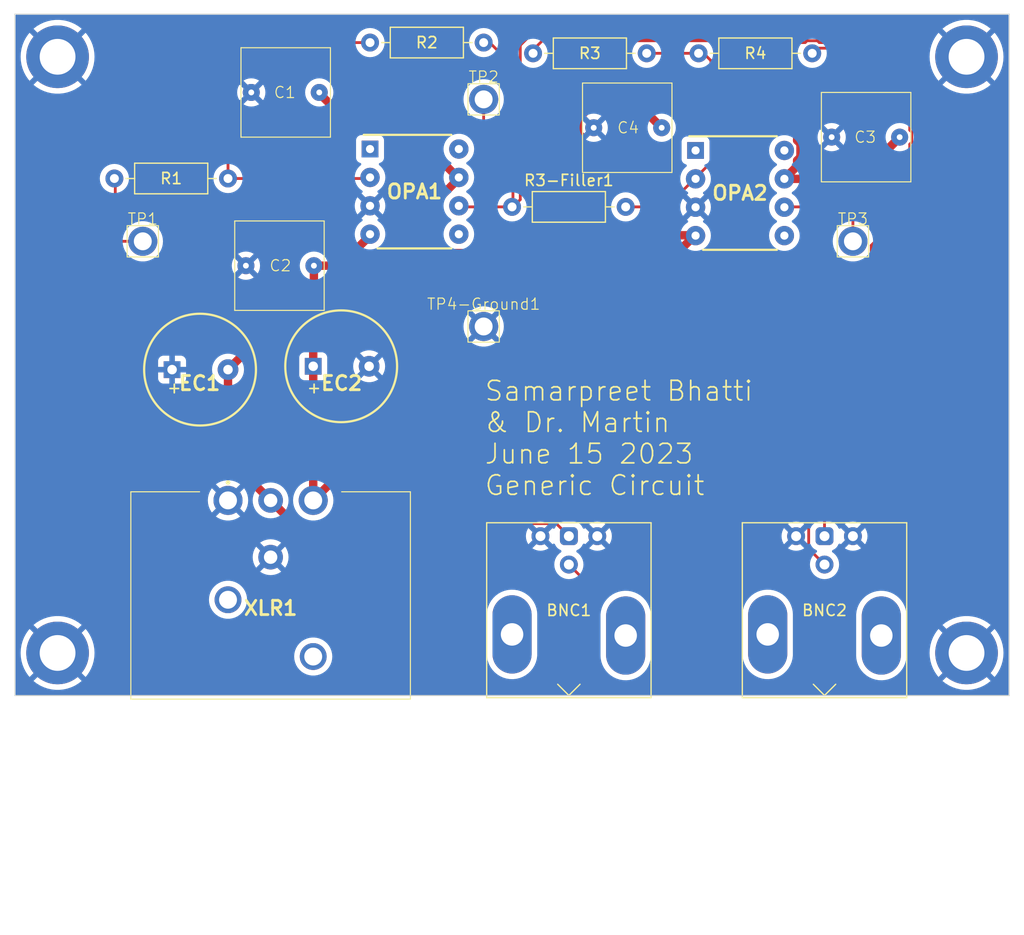
<source format=kicad_pcb>
(kicad_pcb (version 20221018) (generator pcbnew)
  (layers (0 "F.Cu" signal) (31 "B.Cu" signal) (34 "B.Paste" user) (35 "F.Paste" user) (36 "B.SilkS" user "B.Silkscreen") (37 "F.SilkS" user "F.Silkscreen") (38 "B.Mask" user) (39 "F.Mask" user) (44 "Edge.Cuts" user))
  (net 0 "")
  (net 1 "+15V")
  (net 2 "GND")
  (net 3 "-15V")
  (net 4 "Net-(OPA1--)")
  (net 5 "Net-(OPA2--)")
  (net 12 "Net-(BNC1-Pad1)")
  (net 13 "Net-(BNC1-Pad3)")
  (net 14 "Net-(BNC2-Pad1)")
  (net 15 "Net-(BNC2-Pad3)")
  (footprint "MountingHole:MountingHole_3.2mm_M3_DIN965_Pad" (layer "F.Cu") (at 93.98 120.65)
    (fp_text reference "H3" hide)
    (fp_text value "MountingHole")
    (pad "1" thru_hole circle (at 0 0) (size 5.6 5.6) (drill 3.2) (layers "*.Cu" "*.Mask") (net 2 "GND"))
  )
  (footprint "MountingHole:MountingHole_3.2mm_M3_DIN965_Pad" (layer "F.Cu") (at 93.98 67.31)
    (fp_text reference "H2" hide)
    (fp_text value "MountingHole")
    (pad "1" thru_hole circle (at 0 0) (size 5.6 5.6) (drill 3.2) (layers "*.Cu" "*.Mask") (net 2 "GND"))
  )
  (footprint "Footprints:NC3MBH_XLR" (layer "F.Cu") (at 109.22 107 180)
    (fp_text reference "XLR1" (at -3.81 -9.64) (layer "F.SilkS") (effects (font (size 1.27 1.27) (thickness 0.254))))
    (fp_text value "~" hide)
    (fp_line (start -16.31 -17.78) (end 8.69 -17.78) (stroke (width 0.1)) (layer "F.SilkS"))
    (fp_line (start -16.31 0.77) (end -16.31 -17.78) (stroke (width 0.1)) (layer "F.SilkS"))
    (fp_line (start -10.16 0.77) (end -16.31 0.77) (stroke (width 0.1)) (layer "F.SilkS"))
    (fp_line (start -0.1 1.6) (end -0.1 1.6) (stroke (width 0.2)) (layer "F.SilkS"))
    (fp_line (start 0.1 1.6) (end 0.1 1.6) (stroke (width 0.2)) (layer "F.SilkS"))
    (fp_line (start 8.69 -17.78) (end 8.69 0.77) (stroke (width 0.1)) (layer "F.SilkS"))
    (fp_line (start 8.69 0.77) (end 2.54 0.77) (stroke (width 0.1)) (layer "F.SilkS"))
    (fp_arc (start -0.1 1.6) (mid 0 1.5) (end 0.1 1.6) (stroke (width 0.2)) (layer "F.SilkS"))
    (fp_arc (start 0.1 1.6) (mid 0 1.7) (end -0.1 1.6) (stroke (width 0.2)) (layer "F.SilkS"))
    (pad "1" thru_hole circle (at 0 0 180) (size 2.6 2.6) (drill 1.6) (layers "*.Cu" "*.Mask") (net 2 "GND"))
    (pad "2" thru_hole circle (at -7.62 0 180) (size 2.6 2.6) (drill 1.6) (layers "*.Cu" "*.Mask") (net 1 "+15V"))
    (pad "3" thru_hole circle (at -3.81 0 180) (size 2.2 2.2) (drill 1.2) (layers "*.Cu" "*.Mask") (net 3 "-15V"))
    (pad "4" thru_hole circle (at 0 -8.89 180) (size 2.4 2.4) (drill 1.6) (layers "*.Cu" "*.Mask"))
    (pad "5" thru_hole circle (at -7.62 -13.97 180) (size 2.4 2.4) (drill 1.6) (layers "*.Cu" "*.Mask"))
    (pad "G1" thru_hole circle (at -3.81 -5.08 180) (size 2.2 2.2) (drill 1.2) (layers "*.Cu" "*.Mask") (net 2 "GND"))
  )
  (footprint "Footprints:CAPACITOR - 399-4209-ND" (layer "F.Cu") (at 145 72.66)
    (fp_text reference "C4" (at 0 1 unlocked) (layer "F.SilkS") (effects (font (thickness 0.1))))
    (fp_text value "~")
    (fp_line (start -4.08 -3) (end 3.92 -3) (stroke (width 0.1)) (layer "F.SilkS"))
    (fp_line (start -4.08 5) (end -4.08 -3) (stroke (width 0.1)) (layer "F.SilkS"))
    (fp_line (start 3.92 -3) (end 3.92 5) (stroke (width 0.1)) (layer "F.SilkS"))
    (fp_line (start 3.92 5) (end -4.08 5) (stroke (width 0.1)) (layer "F.SilkS"))
    (pad "1" thru_hole circle (at -3.08 1) (size 1.52 1.52) (drill 0.52) (layers "*.Cu" "*.Mask") (net 2 "GND"))
    (pad "2" thru_hole circle (at 3 1) (size 1.52 1.52) (drill 0.52) (layers "*.Cu" "*.Mask") (net 3 "-15V"))
  )
  (footprint "Footprints:CAPACITOR - 399-4209-ND" (layer "F.Cu") (at 113.9 85)
    (fp_text reference "C2" (at 0 1 unlocked) (layer "F.SilkS") (effects (font (thickness 0.1))))
    (fp_text value "~")
    (fp_line (start -4.08 -3) (end 3.92 -3) (stroke (width 0.1)) (layer "F.SilkS"))
    (fp_line (start -4.08 5) (end -4.08 -3) (stroke (width 0.1)) (layer "F.SilkS"))
    (fp_line (start 3.92 -3) (end 3.92 5) (stroke (width 0.1)) (layer "F.SilkS"))
    (fp_line (start 3.92 5) (end -4.08 5) (stroke (width 0.1)) (layer "F.SilkS"))
    (pad "1" thru_hole circle (at -3.08 1) (size 1.52 1.52) (drill 0.52) (layers "*.Cu" "*.Mask") (net 2 "GND"))
    (pad "2" thru_hole circle (at 3 1) (size 1.52 1.52) (drill 0.52) (layers "*.Cu" "*.Mask") (net 3 "-15V"))
  )
  (footprint "Footprints:R_Axial_DIN0207_L6.3mm_D2.5mm_P10.16mm_Horizontal" (layer "F.Cu") (at 99.06 78.2)
    (fp_text reference "R1" (at 5.08 0) (layer "F.SilkS"))
    (fp_text value "~")
    (fp_line (start 1.04 0) (end 1.81 0) (stroke (width 0.12)) (layer "F.SilkS"))
    (fp_line (start 1.81 -1.37) (end 1.81 1.37) (stroke (width 0.12)) (layer "F.SilkS"))
    (fp_line (start 1.81 1.37) (end 8.35 1.37) (stroke (width 0.12)) (layer "F.SilkS"))
    (fp_line (start 8.35 -1.37) (end 1.81 -1.37) (stroke (width 0.12)) (layer "F.SilkS"))
    (fp_line (start 8.35 1.37) (end 8.35 -1.37) (stroke (width 0.12)) (layer "F.SilkS"))
    (fp_line (start 9.12 0) (end 8.35 0) (stroke (width 0.12)) (layer "F.SilkS"))
    (pad "1" thru_hole circle (at 0 0) (size 1.6 1.6) (drill 0.8) (layers "*.Cu" "*.Mask") (net 12 "Net-(BNC1-Pad1)"))
    (pad "2" thru_hole oval (at 10.16 0) (size 1.6 1.6) (drill 0.8) (layers "*.Cu" "*.Mask") (net 4 "Net-(OPA1--)"))
  )
  (footprint "Footprints:R_Axial_DIN0207_L6.3mm_D2.5mm_P10.16mm_Horizontal" (layer "F.Cu") (at 136.5 67)
    (fp_text reference "R3" (at 5.08 0) (layer "F.SilkS"))
    (fp_text value "~")
    (fp_line (start 1.04 0) (end 1.81 0) (stroke (width 0.12)) (layer "F.SilkS"))
    (fp_line (start 1.81 -1.37) (end 1.81 1.37) (stroke (width 0.12)) (layer "F.SilkS"))
    (fp_line (start 1.81 1.37) (end 8.35 1.37) (stroke (width 0.12)) (layer "F.SilkS"))
    (fp_line (start 8.35 -1.37) (end 1.81 -1.37) (stroke (width 0.12)) (layer "F.SilkS"))
    (fp_line (start 8.35 1.37) (end 8.35 -1.37) (stroke (width 0.12)) (layer "F.SilkS"))
    (fp_line (start 9.12 0) (end 8.35 0) (stroke (width 0.12)) (layer "F.SilkS"))
    (pad "1" thru_hole circle (at 0 0) (size 1.6 1.6) (drill 0.8) (layers "*.Cu" "*.Mask") (net 14 "Net-(BNC2-Pad1)"))
    (pad "2" thru_hole oval (at 10.16 0) (size 1.6 1.6) (drill 0.8) (layers "*.Cu" "*.Mask") (net 5 "Net-(OPA2--)"))
  )
  (footprint "Connector_Coaxial:BNC_Amphenol_031-6575_Horizontal" (layer "F.Cu") (at 139.7 110.2 180)
    (fp_text reference "BNC1" (at 0 -6.64) (layer "F.SilkS"))
    (fp_text value "~")
    (fp_line (start -7.35 -14.45) (end 7.35 -14.45) (stroke (width 0.12)) (layer "F.SilkS"))
    (fp_line (start -7.35 1.2) (end -7.35 -14.45) (stroke (width 0.12)) (layer "F.SilkS"))
    (fp_line (start 0 -14.25) (end -1 -13.25) (stroke (width 0.12)) (layer "F.SilkS"))
    (fp_line (start 0 -14.25) (end 1 -13.25) (stroke (width 0.12)) (layer "F.SilkS"))
    (fp_line (start 7.35 -14.45) (end 7.35 1.2) (stroke (width 0.12)) (layer "F.SilkS"))
    (fp_line (start 7.35 1.2) (end -7.35 1.2) (stroke (width 0.12)) (layer "F.SilkS"))
    (pad "" thru_hole oval (at -5.08 -8.89 180) (size 3.5 7) (drill 2.01) (layers "*.Cu" "*.Mask"))
    (pad "" thru_hole oval (at 5.08 -8.79 180) (size 3.5 7) (drill 2.01) (layers "*.Cu" "*.Mask"))
    (pad "1" thru_hole roundrect (at 0 0 180) (size 1.6 1.6) (drill 0.89) (layers "*.Cu" "*.Mask") (net 12 "Net-(BNC1-Pad1)"))
    (pad "2" thru_hole circle (at -2.54 0 180) (size 1.6 1.6) (drill 0.89) (layers "*.Cu" "*.Mask") (net 2 "GND"))
    (pad "3" thru_hole circle (at 0 -2.54 180) (size 1.6 1.6) (drill 0.89) (layers "*.Cu" "*.Mask") (net 13 "Net-(BNC1-Pad3)"))
    (pad "4" thru_hole circle (at 2.54 0 180) (size 1.6 1.6) (drill 0.89) (layers "*.Cu" "*.Mask") (net 2 "GND"))
  )
  (footprint "Footprints:R_Axial_DIN0207_L6.3mm_D2.5mm_P10.16mm_Horizontal" (layer "F.Cu") (at 151.3 67)
    (fp_text reference "R4" (at 5.08 0) (layer "F.SilkS"))
    (fp_text value "~")
    (fp_line (start 1.04 0) (end 1.81 0) (stroke (width 0.12)) (layer "F.SilkS"))
    (fp_line (start 1.81 -1.37) (end 1.81 1.37) (stroke (width 0.12)) (layer "F.SilkS"))
    (fp_line (start 1.81 1.37) (end 8.35 1.37) (stroke (width 0.12)) (layer "F.SilkS"))
    (fp_line (start 8.35 -1.37) (end 1.81 -1.37) (stroke (width 0.12)) (layer "F.SilkS"))
    (fp_line (start 8.35 1.37) (end 8.35 -1.37) (stroke (width 0.12)) (layer "F.SilkS"))
    (fp_line (start 9.12 0) (end 8.35 0) (stroke (width 0.12)) (layer "F.SilkS"))
    (pad "1" thru_hole circle (at 0 0) (size 1.6 1.6) (drill 0.8) (layers "*.Cu" "*.Mask") (net 5 "Net-(OPA2--)"))
    (pad "2" thru_hole oval (at 10.16 0) (size 1.6 1.6) (drill 0.8) (layers "*.Cu" "*.Mask") (net 15 "Net-(BNC2-Pad3)"))
  )
  (footprint "Footprints:R_Axial_DIN0207_L6.3mm_D2.5mm_P10.16mm_Horizontal" (layer "F.Cu") (at 121.92 66.04)
    (fp_text reference "R2" (at 5.08 0) (layer "F.SilkS"))
    (fp_text value "~")
    (fp_line (start 1.04 0) (end 1.81 0) (stroke (width 0.12)) (layer "F.SilkS"))
    (fp_line (start 1.81 -1.37) (end 1.81 1.37) (stroke (width 0.12)) (layer "F.SilkS"))
    (fp_line (start 1.81 1.37) (end 8.35 1.37) (stroke (width 0.12)) (layer "F.SilkS"))
    (fp_line (start 8.35 -1.37) (end 1.81 -1.37) (stroke (width 0.12)) (layer "F.SilkS"))
    (fp_line (start 8.35 1.37) (end 8.35 -1.37) (stroke (width 0.12)) (layer "F.SilkS"))
    (fp_line (start 9.12 0) (end 8.35 0) (stroke (width 0.12)) (layer "F.SilkS"))
    (pad "1" thru_hole circle (at 0 0) (size 1.6 1.6) (drill 0.8) (layers "*.Cu" "*.Mask") (net 4 "Net-(OPA1--)"))
    (pad "2" thru_hole oval (at 10.16 0) (size 1.6 1.6) (drill 0.8) (layers "*.Cu" "*.Mask") (net 13 "Net-(BNC1-Pad3)"))
  )
  (footprint "MountingHole:MountingHole_3.2mm_M3_DIN965_Pad" (layer "F.Cu") (at 175.26 67.31)
    (fp_text reference "H1" hide)
    (fp_text value "MountingHole")
    (pad "1" thru_hole circle (at 0 0) (size 5.6 5.6) (drill 3.2) (layers "*.Cu" "*.Mask") (net 2 "GND"))
  )
  (footprint "Footprints:ELECTROLYTIC CAPACITOR - EEU-EB1C102" (layer "F.Cu") (at 116.84 95)
    (fp_text reference "EC2" (at 2.54 1.52) (layer "F.SilkS") (effects (font (size 1.27 1.27) (thickness 0.254))))
    (fp_text value "EEU-EB1C102" hide)
    (fp_circle (center 2.5 0) (end 2.5 5) (stroke (width 0.2)) (fill none) (layer "F.SilkS"))
    (pad "1" thru_hole rect (at 0 0) (size 1.5 1.5) (drill 0.85) (layers "*.Cu" "*.Mask") (net 1 "+15V"))
    (pad "2" thru_hole circle (at 5 0) (size 1.85 1.85) (drill 0.85) (layers "*.Cu" "*.Mask") (net 2 "GND"))
  )
  (footprint "Footprints:TestPoint" (layer "F.Cu") (at 165.1 83.82)
    (fp_text reference "TP3" (at 0 -2 unlocked) (layer "F.SilkS") (effects (font (thickness 0.1))))
    (fp_text value "~")
    (fp_rect (start -1.4 -1.4) (end 1.4 1.4) (stroke (width 0.1)) (fill none) (layer "F.SilkS"))
    (pad "1" thru_hole circle (at 0 0) (size 2.6 2.6) (drill 1.6) (layers "*.Cu" "*.Mask") (net 15 "Net-(BNC2-Pad3)"))
  )
  (footprint "Footprints:TestPoint" (layer "F.Cu") (at 132.08 71.12)
    (fp_text reference "TP2" (at 0 -2 unlocked) (layer "F.SilkS") (effects (font (thickness 0.1))))
    (fp_text value "~")
    (fp_rect (start -1.4 -1.4) (end 1.4 1.4) (stroke (width 0.1)) (fill none) (layer "F.SilkS"))
    (pad "1" thru_hole circle (at 0 0) (size 2.6 2.6) (drill 1.6) (layers "*.Cu" "*.Mask") (net 13 "Net-(BNC1-Pad3)"))
  )
  (footprint "Footprints:OPA27GP_Operational_Amplifier" (layer "F.Cu") (at 155 79.5)
    (fp_text reference "OPA2" (at 0 0) (layer "F.SilkS") (effects (font (size 1.27 1.27) (thickness 0.254))))
    (fp_text value "~" hide)
    (fp_line (start -4.535 -5.08) (end 3.3 -5.08) (stroke (width 0.2)) (layer "F.SilkS"))
    (fp_line (start -3.3 5.08) (end 3.3 5.08) (stroke (width 0.2)) (layer "F.SilkS"))
    (pad "1" thru_hole rect (at -3.97 -3.81) (size 1.5 1.5) (drill 0.73) (layers "*.Cu" "*.Mask"))
    (pad "2" thru_hole circle (at -3.97 -1.27) (size 1.73 1.73) (drill 0.73) (layers "*.Cu" "*.Mask") (net 5 "Net-(OPA2--)"))
    (pad "3" thru_hole circle (at -3.97 1.27) (size 1.73 1.73) (drill 0.73) (layers "*.Cu" "*.Mask") (net 2 "GND"))
    (pad "4" thru_hole circle (at -3.97 3.81) (size 1.73 1.73) (drill 0.73) (layers "*.Cu" "*.Mask") (net 3 "-15V"))
    (pad "5" thru_hole circle (at 3.97 3.81) (size 1.73 1.73) (drill 0.73) (layers "*.Cu" "*.Mask"))
    (pad "6" thru_hole circle (at 3.97 1.27) (size 1.73 1.73) (drill 0.73) (layers "*.Cu" "*.Mask") (net 15 "Net-(BNC2-Pad3)"))
    (pad "7" thru_hole circle (at 3.97 -1.27) (size 1.73 1.73) (drill 0.73) (layers "*.Cu" "*.Mask") (net 1 "+15V"))
    (pad "8" thru_hole circle (at 3.97 -3.81) (size 1.73 1.73) (drill 0.73) (layers "*.Cu" "*.Mask"))
  )
  (footprint "Footprints:R_Axial_DIN0207_L6.3mm_D2.5mm_P10.16mm_Horizontal" (layer "F.Cu") (at 134.62 80.74)
    (fp_text reference "R3-Filler1" (at 5.08 -2.37) (layer "F.SilkS"))
    (fp_text value "~")
    (fp_line (start 1.04 0) (end 1.81 0) (stroke (width 0.12)) (layer "F.SilkS"))
    (fp_line (start 1.81 -1.37) (end 1.81 1.37) (stroke (width 0.12)) (layer "F.SilkS"))
    (fp_line (start 1.81 1.37) (end 8.35 1.37) (stroke (width 0.12)) (layer "F.SilkS"))
    (fp_line (start 8.35 -1.37) (end 1.81 -1.37) (stroke (width 0.12)) (layer "F.SilkS"))
    (fp_line (start 8.35 1.37) (end 8.35 -1.37) (stroke (width 0.12)) (layer "F.SilkS"))
    (fp_line (start 9.12 0) (end 8.35 0) (stroke (width 0.12)) (layer "F.SilkS"))
    (pad "1" thru_hole circle (at 0 0) (size 1.6 1.6) (drill 0.8) (layers "*.Cu" "*.Mask") (net 13 "Net-(BNC1-Pad3)"))
    (pad "2" thru_hole oval (at 10.16 0) (size 1.6 1.6) (drill 0.8) (layers "*.Cu" "*.Mask") (net 5 "Net-(OPA2--)"))
  )
  (footprint "Footprints:OPA27GP_Operational_Amplifier" (layer "F.Cu") (at 125.89 79.375)
    (fp_text reference "OPA1" (at 0 0) (layer "F.SilkS") (effects (font (size 1.27 1.27) (thickness 0.254))))
    (fp_text value "~" hide)
    (fp_line (start -4.535 -5.08) (end 3.3 -5.08) (stroke (width 0.2)) (layer "F.SilkS"))
    (fp_line (start -3.3 5.08) (end 3.3 5.08) (stroke (width 0.2)) (layer "F.SilkS"))
    (pad "1" thru_hole rect (at -3.97 -3.81) (size 1.5 1.5) (drill 0.73) (layers "*.Cu" "*.Mask"))
    (pad "2" thru_hole circle (at -3.97 -1.27) (size 1.73 1.73) (drill 0.73) (layers "*.Cu" "*.Mask") (net 4 "Net-(OPA1--)"))
    (pad "3" thru_hole circle (at -3.97 1.27) (size 1.73 1.73) (drill 0.73) (layers "*.Cu" "*.Mask") (net 2 "GND"))
    (pad "4" thru_hole circle (at -3.97 3.81) (size 1.73 1.73) (drill 0.73) (layers "*.Cu" "*.Mask") (net 3 "-15V"))
    (pad "5" thru_hole circle (at 3.97 3.81) (size 1.73 1.73) (drill 0.73) (layers "*.Cu" "*.Mask"))
    (pad "6" thru_hole circle (at 3.97 1.27) (size 1.73 1.73) (drill 0.73) (layers "*.Cu" "*.Mask") (net 13 "Net-(BNC1-Pad3)"))
    (pad "7" thru_hole circle (at 3.97 -1.27) (size 1.73 1.73) (drill 0.73) (layers "*.Cu" "*.Mask") (net 1 "+15V"))
    (pad "8" thru_hole circle (at 3.97 -3.81) (size 1.73 1.73) (drill 0.73) (layers "*.Cu" "*.Mask"))
  )
  (footprint "Footprints:BNC_Amphenol_031-6575_Horizontal" (layer "F.Cu") (at 162.56 110.2 180)
    (fp_text reference "BNC2" (at 0 -6.64 180) (layer "F.SilkS"))
    (fp_text value "~")
    (fp_line (start -7.35 -14.45) (end 7.35 -14.45) (stroke (width 0.12)) (layer "F.SilkS"))
    (fp_line (start -7.35 1.2) (end -7.35 -14.45) (stroke (width 0.12)) (layer "F.SilkS"))
    (fp_line (start 0 -14.25) (end -1 -13.25) (stroke (width 0.12)) (layer "F.SilkS"))
    (fp_line (start 0 -14.25) (end 1 -13.25) (stroke (width 0.12)) (layer "F.SilkS"))
    (fp_line (start 7.35 -14.45) (end 7.35 1.2) (stroke (width 0.12)) (layer "F.SilkS"))
    (fp_line (start 7.35 1.2) (end -7.35 1.2) (stroke (width 0.12)) (layer "F.SilkS"))
    (pad "" thru_hole oval (at -5.08 -8.89 180) (size 3.5 7) (drill 2.01) (layers "*.Cu" "*.Mask"))
    (pad "" thru_hole oval (at 5.08 -8.79 180) (size 3.5 7) (drill 2.01) (layers "*.Cu" "*.Mask"))
    (pad "1" thru_hole roundrect (at 0 0 180) (size 1.6 1.6) (drill 0.89) (layers "*.Cu" "*.Mask") (net 14 "Net-(BNC2-Pad1)"))
    (pad "2" thru_hole circle (at -2.54 0 180) (size 1.6 1.6) (drill 0.89) (layers "*.Cu" "*.Mask") (net 2 "GND"))
    (pad "3" thru_hole circle (at 0 -2.54 180) (size 1.6 1.6) (drill 0.89) (layers "*.Cu" "*.Mask") (net 15 "Net-(BNC2-Pad3)"))
    (pad "4" thru_hole circle (at 2.54 0 180) (size 1.6 1.6) (drill 0.89) (layers "*.Cu" "*.Mask") (net 2 "GND"))
  )
  (footprint "Footprints:TestPoint" (layer "F.Cu") (at 132.08 91.44)
    (fp_text reference "TP4-Ground1" (at 0 -2 unlocked) (layer "F.SilkS") (effects (font (thickness 0.1))))
    (fp_text value "~")
    (fp_rect (start -1.4 -1.4) (end 1.4 1.4) (stroke (width 0.1)) (fill none) (layer "F.SilkS"))
    (pad "1" thru_hole circle (at 0 0) (size 2.6 2.6) (drill 1.6) (layers "*.Cu" "*.Mask") (net 2 "GND"))
  )
  (footprint "Footprints:CAPACITOR - 399-4209-ND" (layer "F.Cu") (at 166.2 75.5 180)
    (fp_text reference "C3" (at 0 1 unlocked) (layer "F.SilkS") (effects (font (thickness 0.1))))
    (fp_text value "~")
    (fp_line (start -4.08 -3) (end 3.92 -3) (stroke (width 0.1)) (layer "F.SilkS"))
    (fp_line (start -4.08 5) (end -4.08 -3) (stroke (width 0.1)) (layer "F.SilkS"))
    (fp_line (start 3.92 -3) (end 3.92 5) (stroke (width 0.1)) (layer "F.SilkS"))
    (fp_line (start 3.92 5) (end -4.08 5) (stroke (width 0.1)) (layer "F.SilkS"))
    (pad "1" thru_hole circle (at -3.08 1 180) (size 1.52 1.52) (drill 0.52) (layers "*.Cu" "*.Mask") (net 1 "+15V"))
    (pad "2" thru_hole circle (at 3 1 180) (size 1.52 1.52) (drill 0.52) (layers "*.Cu" "*.Mask") (net 2 "GND"))
  )
  (footprint "Footprints:TestPoint" (layer "F.Cu") (at 101.6 83.82)
    (fp_text reference "TP1" (at 0 -2 unlocked) (layer "F.SilkS") (effects (font (thickness 0.1))))
    (fp_text value "~")
    (fp_rect (start -1.4 -1.4) (end 1.4 1.4) (stroke (width 0.1)) (fill none) (layer "F.SilkS"))
    (pad "1" thru_hole circle (at 0 0) (size 2.6 2.6) (drill 1.6) (layers "*.Cu" "*.Mask") (net 12 "Net-(BNC1-Pad1)"))
  )
  (footprint "Footprints:CAPACITOR - 399-4209-ND" (layer "F.Cu") (at 114.3 71.5 180)
    (fp_text reference "C1" (at 0 1 unlocked) (layer "F.SilkS") (effects (font (thickness 0.1))))
    (fp_text value "~")
    (fp_line (start -4.08 -3) (end 3.92 -3) (stroke (width 0.1)) (layer "F.SilkS"))
    (fp_line (start -4.08 5) (end -4.08 -3) (stroke (width 0.1)) (layer "F.SilkS"))
    (fp_line (start 3.92 -3) (end 3.92 5) (stroke (width 0.1)) (layer "F.SilkS"))
    (fp_line (start 3.92 5) (end -4.08 5) (stroke (width 0.1)) (layer "F.SilkS"))
    (pad "1" thru_hole circle (at -3.08 1 180) (size 1.52 1.52) (drill 0.52) (layers "*.Cu" "*.Mask") (net 1 "+15V"))
    (pad "2" thru_hole circle (at 3 1 180) (size 1.52 1.52) (drill 0.52) (layers "*.Cu" "*.Mask") (net 2 "GND"))
  )
  (footprint "Footprints:ELECTROLYTIC CAPACITOR - EEU-EB1C102" (layer "F.Cu") (at 104.22 95.3)
    (fp_text reference "EC1" (at 2.46 1.22) (layer "F.SilkS") (effects (font (size 1.27 1.27) (thickness 0.254))))
    (fp_text value "EEU-EB1C102" hide)
    (fp_circle (center 2.5 0) (end 2.5 5) (stroke (width 0.2)) (fill none) (layer "F.SilkS"))
    (pad "1" thru_hole rect (at 0 0) (size 1.5 1.5) (drill 0.85) (layers "*.Cu" "*.Mask") (net 2 "GND"))
    (pad "2" thru_hole circle (at 5 0) (size 1.85 1.85) (drill 0.85) (layers "*.Cu" "*.Mask") (net 3 "-15V"))
  )
  (footprint "MountingHole:MountingHole_3.2mm_M3_DIN965_Pad" (layer "F.Cu") (at 175.26 120.65)
    (fp_text reference "H4" hide)
    (fp_text value "MountingHole")
    (pad "1" thru_hole circle (at 0 0) (size 5.6 5.6) (drill 3.2) (layers "*.Cu" "*.Mask") (net 2 "GND"))
  )
  (gr_line (start 179.07 124.46) (end 90.17 124.46) (stroke (width 0.1)) (layer "Edge.Cuts"))
  (gr_line (start 90.17 124.46) (end 90.17 63.5) (stroke (width 0.1)) (layer "Edge.Cuts"))
  (gr_line (start 179.07 63.5) (end 179.07 124.46) (stroke (width 0.1)) (layer "Edge.Cuts"))
  (gr_line (start 90.17 63.5) (end 179.07 63.5) (stroke (width 0.1)) (layer "Edge.Cuts"))
  (gr_text "+" (at 116.2 97.5) (layer "F.SilkS") (effects (font (size 1 1)) (justify left bottom)))
  (gr_text "+" (at 103.7 97.5) (layer "F.SilkS") (effects (font (size 1 1)) (justify left bottom)))
  (gr_text "Samarpreet Bhatti\n& Dr. Martin\nJune 15 2023\nGeneric Circuit\n" (at 132.08 106.68) (layer "F.SilkS") (effects (font (size 1.75 1.75)) (justify left bottom)))
  (segment (start 119.38 91.887796) (end 119.38 104.46) (width 0.75) (layer "F.Cu") (net 1))
  (segment (start 116.84 91.22) (end 116.84 95) (width 0.75) (layer "F.Cu") (net 1))
  (segment (start 160.41 75.093532) (end 160.41 76.286468) (width 0.75) (layer "F.Cu") (net 1))
  (segment (start 160.11 74.793532) (end 160.41 75.093532) (width 0.75) (layer "F.Cu") (net 1))
  (segment (start 167.625 76.155) (end 169.28 74.5) (width 0.75) (layer "F.Cu") (net 1))
  (segment (start 160.11 68.67) (end 160.11 74.793532) (width 0.75) (layer "F.Cu") (net 1))
  (segment (start 139.338273 66.04) (end 145.180431 66.04) (width 0.75) (layer "F.Cu") (net 1))
  (segment (start 119.38 104.46) (end 116.84 107) (width 0.75) (layer "F.Cu") (net 1))
  (segment (start 119.92 73.12) (end 124.78 73.12) (width 0.75) (layer "F.Cu") (net 1))
  (segment (start 167.625 76.185) (end 167.625 76.155) (width 0.75) (layer "F.Cu") (net 1))
  (segment (start 126.397795 84.87) (end 119.38 91.887796) (width 0.75) (layer "F.Cu") (net 1))
  (segment (start 139.376246 81.28) (end 135.786246 84.87) (width 0.75) (layer "F.Cu") (net 1))
  (segment (start 124.78 73.12) (end 129.86 78.2) (width 0.75) (layer "F.Cu") (net 1))
  (segment (start 129.86 78.2) (end 116.84 91.22) (width 0.75) (layer "F.Cu") (net 1))
  (segment (start 160.41 76.286468) (end 160.11 76.586468) (width 0.75) (layer "F.Cu") (net 1))
  (segment (start 160.11 76.586468) (end 160.11 77.09) (width 0.75) (layer "F.Cu") (net 1))
  (segment (start 116.84 107) (end 116.84 95) (width 0.75) (layer "F.Cu") (net 1))
  (segment (start 158.97 78.23) (end 165.55 78.23) (width 0.75) (layer "F.Cu") (net 1))
  (segment (start 145.180431 66.04) (end 145.595431 65.625) (width 0.75) (layer "F.Cu") (net 1))
  (segment (start 117.38 70.58) (end 119.92 73.12) (width 0.75) (layer "F.Cu") (net 1))
  (segment (start 160.11 77.09) (end 158.97 78.23) (width 0.75) (layer "F.Cu") (net 1))
  (segment (start 165.55 78.23) (end 167.625 76.155) (width 0.75) (layer "F.Cu") (net 1))
  (segment (start 167.625 76.185) (end 169.15 74.66) (width 0.75) (layer "F.Cu") (net 1))
  (segment (start 145.595431 65.625) (end 157.065 65.625) (width 0.75) (layer "F.Cu") (net 1))
  (segment (start 139.338273 81.242027) (end 139.338273 66.04) (width 0.75) (layer "F.Cu") (net 1))
  (segment (start 157.065 65.625) (end 160.11 68.67) (width 0.75) (layer "F.Cu") (net 1))
  (segment (start 135.786246 84.87) (end 126.397795 84.87) (width 0.75) (layer "F.Cu") (net 1))
  (segment (start 119.23 86) (end 121.92 83.31) (width 0.75) (layer "F.Cu") (net 3))
  (segment (start 118.11 109.855) (end 114.3 109.855) (width 0.75) (layer "F.Cu") (net 3))
  (segment (start 140.705 81.381206) (end 142.603794 83.28) (width 0.75) (layer "F.Cu") (net 3))
  (segment (start 124.46 103.505) (end 118.11 109.855) (width 0.75) (layer "F.Cu") (net 3))
  (segment (start 148.43 85.82) (end 126.791298 85.82) (width 0.75) (layer "F.Cu") (net 3))
  (segment (start 145.46 71.12) (end 142.25972 71.12) (width 0.75) (layer "F.Cu") (net 3))
  (segment (start 116.9 87.62) (end 116.9 86) (width 0.75) (layer "F.Cu") (net 3))
  (segment (start 124.46 88.151298) (end 124.46 103.505) (width 0.75) (layer "F.Cu") (net 3))
  (segment (start 109.22 95.3) (end 116.9 87.62) (width 0.75) (layer "F.Cu") (net 3))
  (segment (start 140.585 74.212976) (end 140.705 74.332976) (width 0.75) (layer "F.Cu") (net 3))
  (segment (start 148 73.66) (end 145.46 71.12) (width 0.75) (layer "F.Cu") (net 3))
  (segment (start 109.22 95.3) (end 109.22 103.19) (width 0.75) (layer "F.Cu") (net 3))
  (segment (start 140.585 72.79472) (end 140.585 74.212976) (width 0.75) (layer "F.Cu") (net 3))
  (segment (start 114.3 108.27) (end 113.03 107) (width 0.75) (layer "F.Cu") (net 3))
  (segment (start 126.791298 85.82) (end 124.46 88.151298) (width 0.75) (layer "F.Cu") (net 3))
  (segment (start 116.9 86) (end 119.23 86) (width 0.75) (layer "F.Cu") (net 3))
  (segment (start 140.705 74.332976) (end 140.705 81.381206) (width 0.75) (layer "F.Cu") (net 3))
  (segment (start 114.3 109.855) (end 114.3 108.27) (width 0.75) (layer "F.Cu") (net 3))
  (segment (start 109.22 103.19) (end 113.03 107) (width 0.75) (layer "F.Cu") (net 3))
  (segment (start 142.25972 71.12) (end 140.585 72.79472) (width 0.75) (layer "F.Cu") (net 3))
  (segment (start 142.603794 83.28) (end 150.97 83.28) (width 0.75) (layer "F.Cu") (net 3))
  (segment (start 150.97 83.28) (end 148.43 85.82) (width 0.75) (layer "F.Cu") (net 3))
  (segment (start 109.14 78.2) (end 121.92 78.2) (width 0.25) (layer "F.Cu") (net 4))
  (segment (start 109.22 78.12) (end 109.22 66.04) (width 0.25) (layer "F.Cu") (net 4))
  (segment (start 109.22 66.04) (end 122 66.04) (width 0.25) (layer "F.Cu") (net 4))
  (segment (start 148.43 80.74) (end 144.7 80.74) (width 0.25) (layer "F.Cu") (net 5))
  (segment (start 152.4 76.77) (end 148.43 80.74) (width 0.25) (layer "F.Cu") (net 5))
  (segment (start 152.4 67.65) (end 152.4 76.77) (width 0.25) (layer "F.Cu") (net 5))
  (segment (start 151.86 67.11) (end 152.4 67.65) (width 0.25) (layer "F.Cu") (net 5))
  (segment (start 146.2 67) (end 151.3 67) (width 0.25) (layer "F.Cu") (net 5))
  (segment (start 112.395 114.935) (end 103.425 105.965) (width 0.25) (layer "F.Cu") (net 12))
  (segment (start 103.425 105.965) (end 99.14 105.965) (width 0.25) (layer "F.Cu") (net 12))
  (segment (start 121.052449 109.075) (end 115.192448 114.935) (width 0.25) (layer "F.Cu") (net 12))
  (segment (start 99.14 78.2) (end 99.14 83.82) (width 0.25) (layer "F.Cu") (net 12))
  (segment (start 138.575 109.075) (end 139.7 110.2) (width 0.25) (layer "F.Cu") (net 12))
  (segment (start 101.6 83.82) (end 99.14 83.82) (width 0.25) (layer "F.Cu") (net 12))
  (segment (start 115.192448 114.935) (end 112.395 114.935) (width 0.25) (layer "F.Cu") (net 12))
  (segment (start 99.14 83.82) (end 99.14 105.965) (width 0.25) (layer "F.Cu") (net 12))
  (segment (start 121.052449 109.075) (end 138.575 109.075) (width 0.25) (layer "F.Cu") (net 12))
  (segment (start 157.541346 64.475) (end 145.119086 64.475) (width 0.25) (layer "F.Cu") (net 13))
  (segment (start 169.002792 65.59) (end 162.277387 65.59) (width 0.25) (layer "F.Cu") (net 13))
  (segment (start 167.64 86.36) (end 167.64 84.552792) (width 0.25) (layer "F.Cu") (net 13))
  (segment (start 139.7 112.74) (end 141.26 114.3) (width 0.25) (layer "F.Cu") (net 13))
  (segment (start 134.62 68.04) (end 134.62 73.12) (width 0.25) (layer "F.Cu") (net 13))
  (segment (start 166 106.7) (end 166 88) (width 0.25) (layer "F.Cu") (net 13))
  (segment (start 171.08 75.507214) (end 171.265 75.322214) (width 0.25) (layer "F.Cu") (net 13))
  (segment (start 167.64 84.552792) (end 171.08 81.112792) (width 0.25) (layer "F.Cu") (net 13))
  (segment (start 162.277387 65.59) (end 162.112387 65.425) (width 0.25) (layer "F.Cu") (net 13))
  (segment (start 141.26 114.3) (end 167.64 114.3) (width 0.25) (layer "F.Cu") (net 13))
  (segment (start 167.64 108.34) (end 166 106.7) (width 0.25) (layer "F.Cu") (net 13))
  (segment (start 171.08 73.492786) (end 171.08 67.667208) (width 0.25) (layer "F.Cu") (net 13))
  (segment (start 171.08 67.667208) (end 169.002792 65.59) (width 0.25) (layer "F.Cu") (net 13))
  (segment (start 134.7 73.2) (end 134.7 80.74) (width 0.25) (layer "F.Cu") (net 13))
  (segment (start 134.62 73.12) (end 134.7 73.2) (width 0.25) (layer "F.Cu") (net 13))
  (segment (start 166 88) (end 167.64 86.36) (width 0.25) (layer "F.Cu") (net 13))
  (segment (start 171.265 73.677786) (end 171.08 73.492786) (width 0.25) (layer "F.Cu") (net 13))
  (segment (start 171.08 81.112792) (end 171.08 75.507214) (width 0.25) (layer "F.Cu") (net 13))
  (segment (start 135.355 66.28) (end 135.355 80.085) (width 0.25) (layer "F.Cu") (net 13))
  (segment (start 167.64 114.3) (end 167.64 108.34) (width 0.25) (layer "F.Cu") (net 13))
  (segment (start 132.08 71.12) (end 132.08 80.74) (width 0.25) (layer "F.Cu") (net 13))
  (segment (start 136.745 64.89) (end 135.355 66.28) (width 0.25) (layer "F.Cu") (net 13))
  (segment (start 132.08 80.74) (end 134.7 80.74) (width 0.25) (layer "F.Cu") (net 13))
  (segment (start 158.656346 65.59) (end 157.541346 64.475) (width 0.25) (layer "F.Cu") (net 13))
  (segment (start 160.807613 65.425) (end 160.642613 65.59) (width 0.25) (layer "F.Cu") (net 13))
  (segment (start 145.119086 64.475) (end 144.704085 64.89) (width 0.25) (layer "F.Cu") (net 13))
  (segment (start 129.86 80.74) (end 132.08 80.74) (width 0.25) (layer "F.Cu") (net 13))
  (segment (start 144.704085 64.89) (end 136.745 64.89) (width 0.25) (layer "F.Cu") (net 13))
  (segment (start 135.355 80.085) (end 134.7 80.74) (width 0.25) (layer "F.Cu") (net 13))
  (segment (start 160.642613 65.59) (end 158.656346 65.59) (width 0.25) (layer "F.Cu") (net 13))
  (segment (start 132.62 66.04) (end 134.62 68.04) (width 0.25) (layer "F.Cu") (net 13))
  (segment (start 171.265 75.322214) (end 171.265 73.677786) (width 0.25) (layer "F.Cu") (net 13))
  (segment (start 162.112387 65.425) (end 160.807613 65.425) (width 0.25) (layer "F.Cu") (net 13))
  (segment (start 137.33 65.87) (end 137.33 65.34) (width 0.25) (layer "F.Cu") (net 14))
  (segment (start 137.33 65.34) (end 144.890481 65.34) (width 0.25) (layer "F.Cu") (net 14))
  (segment (start 144.890481 65.34) (end 145.305482 64.925) (width 0.25) (layer "F.Cu") (net 14))
  (segment (start 160.994009 65.875) (end 161.925991 65.875) (width 0.25) (layer "F.Cu") (net 14))
  (segment (start 167.19 84.366396) (end 167.19 86.173604) (width 0.25) (layer "F.Cu") (net 14))
  (segment (start 170.815 75.135818) (end 170.63 75.320818) (width 0.25) (layer "F.Cu") (net 14))
  (segment (start 136.2 67) (end 137.33 65.87) (width 0.25) (layer "F.Cu") (net 14))
  (segment (start 168.816396 66.04) (end 170.63 67.853604) (width 0.25) (layer "F.Cu") (net 14))
  (segment (start 161.925991 65.875) (end 162.090991 66.04) (width 0.25) (layer "F.Cu") (net 14))
  (segment (start 162.56 99.158332) (end 162.56 110.2) (width 0.25) (layer "F.Cu") (net 14))
  (segment (start 170.815 73.864182) (end 170.815 75.135818) (width 0.25) (layer "F.Cu") (net 14))
  (segment (start 158.46995 66.04) (end 160.829009 66.04) (width 0.25) (layer "F.Cu") (net 14))
  (segment (start 170.63 67.853604) (end 170.63 73.679182) (width 0.25) (layer "F.Cu") (net 14))
  (segment (start 165.55 87.813604) (end 165.55 96.168332) (width 0.25) (layer "F.Cu") (net 14))
  (segment (start 157.35495 64.925) (end 158.46995 66.04) (width 0.25) (layer "F.Cu") (net 14))
  (segment (start 145.305482 64.925) (end 157.35495 64.925) (width 0.25) (layer "F.Cu") (net 14))
  (segment (start 165.55 96.168332) (end 162.56 99.158332) (width 0.25) (layer "F.Cu") (net 14))
  (segment (start 162.090991 66.04) (end 168.816396 66.04) (width 0.25) (layer "F.Cu") (net 14))
  (segment (start 170.63 73.679182) (end 170.815 73.864182) (width 0.25) (layer "F.Cu") (net 14))
  (segment (start 167.19 86.173604) (end 165.55 87.813604) (width 0.25) (layer "F.Cu") (net 14))
  (segment (start 170.63 80.926396) (end 167.19 84.366396) (width 0.25) (layer "F.Cu") (net 14))
  (segment (start 160.829009 66.04) (end 160.994009 65.875) (width 0.25) (layer "F.Cu") (net 14))
  (segment (start 170.63 75.320818) (end 170.63 80.926396) (width 0.25) (layer "F.Cu") (net 14))
  (segment (start 170.18 75.134422) (end 170.365 74.949422) (width 0.25) (layer "F.Cu") (net 15))
  (segment (start 162.11 98.971936) (end 162.11 108.130967) (width 0.25) (layer "F.Cu") (net 15))
  (segment (start 166.74 84.18) (end 166.74 85.987208) (width 0.25) (layer "F.Cu") (net 15))
  (segment (start 161.145 111.325) (end 162.56 112.74) (width 0.25) (layer "F.Cu") (net 15))
  (segment (start 165.1 80.74) (end 165.1 83.82) (width 0.25) (layer "F.Cu") (net 15))
  (segment (start 167.64 80.74) (end 170.18 80.74) (width 0.25) (layer "F.Cu") (net 15))
  (segment (start 170.18 73.865578) (end 170.18 68.04) (width 0.25) (layer "F.Cu") (net 15))
  (segment (start 161.145 109.095967) (end 161.145 111.325) (width 0.25) (layer "F.Cu") (net 15))
  (segment (start 170.18 80.74) (end 170.18 75.134422) (width 0.25) (layer "F.Cu") (net 15))
  (segment (start 162.11 108.130967) (end 161.145 109.095967) (width 0.25) (layer "F.Cu") (net 15))
  (segment (start 167.64 83.28) (end 167.64 80.74) (width 0.25) (layer "F.Cu") (net 15))
  (segment (start 165.1 95.981936) (end 162.11 98.971936) (width 0.25) (layer "F.Cu") (net 15))
  (segment (start 159 80.74) (end 165.1 80.74) (width 0.25) (layer "F.Cu") (net 15))
  (segment (start 170.365 74.949422) (end 170.365 74.050578) (width 0.25) (layer "F.Cu") (net 15))
  (segment (start 165.1 87.627208) (end 165.1 95.981936) (width 0.25) (layer "F.Cu") (net 15))
  (segment (start 168.68 66.54) (end 161.29 66.54) (width 0.25) (layer "F.Cu") (net 15))
  (segment (start 167.37 83.55) (end 167.64 83.28) (width 0.25) (layer "F.Cu") (net 15))
  (segment (start 170.365 74.050578) (end 170.18 73.865578) (width 0.25) (layer "F.Cu") (net 15))
  (segment (start 165.1 80.74) (end 167.64 80.74) (width 0.25) (layer "F.Cu") (net 15))
  (segment (start 167.37 83.55) (end 166.74 84.18) (width 0.25) (layer "F.Cu") (net 15))
  (segment (start 166.74 85.987208) (end 165.1 87.627208) (width 0.25) (layer "F.Cu") (net 15))
  (segment (start 170.18 68.04) (end 168.68 66.54) (width 0.25) (layer "F.Cu") (net 15))
  (zone (net 2) (net_name "GND") (layer "B.Cu") (connect_pads (clearance 0.5)) (min_thickness 0.25) (fill yes (thermal_gap 0.5) (thermal_bridge_width 0.5) (island_removal_mode 1) (island_area_min 10))
    (polygon (pts (xy 88.9 62.23) (xy 180.34 62.23) (xy 180.34 125.73) (xy 88.9 125.73)))
  )
)
</source>
